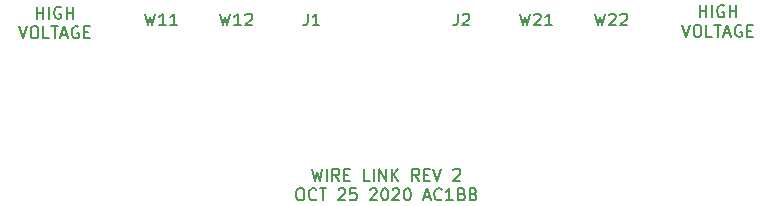
<source format=gto>
G04 #@! TF.GenerationSoftware,KiCad,Pcbnew,(5.1.5)-3*
G04 #@! TF.CreationDate,2020-10-25T11:05:08-05:00*
G04 #@! TF.ProjectId,WireLink,57697265-4c69-46e6-9b2e-6b696361645f,rev?*
G04 #@! TF.SameCoordinates,Original*
G04 #@! TF.FileFunction,Legend,Top*
G04 #@! TF.FilePolarity,Positive*
%FSLAX46Y46*%
G04 Gerber Fmt 4.6, Leading zero omitted, Abs format (unit mm)*
G04 Created by KiCad (PCBNEW (5.1.5)-3) date 2020-10-25 11:05:08*
%MOMM*%
%LPD*%
G04 APERTURE LIST*
%ADD10C,0.150000*%
G04 APERTURE END LIST*
D10*
X122785380Y-95131380D02*
X122785380Y-94131380D01*
X122785380Y-94607571D02*
X123356809Y-94607571D01*
X123356809Y-95131380D02*
X123356809Y-94131380D01*
X123833000Y-95131380D02*
X123833000Y-94131380D01*
X124833000Y-94179000D02*
X124737761Y-94131380D01*
X124594904Y-94131380D01*
X124452047Y-94179000D01*
X124356809Y-94274238D01*
X124309190Y-94369476D01*
X124261571Y-94559952D01*
X124261571Y-94702809D01*
X124309190Y-94893285D01*
X124356809Y-94988523D01*
X124452047Y-95083761D01*
X124594904Y-95131380D01*
X124690142Y-95131380D01*
X124833000Y-95083761D01*
X124880619Y-95036142D01*
X124880619Y-94702809D01*
X124690142Y-94702809D01*
X125309190Y-95131380D02*
X125309190Y-94131380D01*
X125309190Y-94607571D02*
X125880619Y-94607571D01*
X125880619Y-95131380D02*
X125880619Y-94131380D01*
X121309190Y-95781380D02*
X121642523Y-96781380D01*
X121975857Y-95781380D01*
X122499666Y-95781380D02*
X122690142Y-95781380D01*
X122785380Y-95829000D01*
X122880619Y-95924238D01*
X122928238Y-96114714D01*
X122928238Y-96448047D01*
X122880619Y-96638523D01*
X122785380Y-96733761D01*
X122690142Y-96781380D01*
X122499666Y-96781380D01*
X122404428Y-96733761D01*
X122309190Y-96638523D01*
X122261571Y-96448047D01*
X122261571Y-96114714D01*
X122309190Y-95924238D01*
X122404428Y-95829000D01*
X122499666Y-95781380D01*
X123833000Y-96781380D02*
X123356809Y-96781380D01*
X123356809Y-95781380D01*
X124023476Y-95781380D02*
X124594904Y-95781380D01*
X124309190Y-96781380D02*
X124309190Y-95781380D01*
X124880619Y-96495666D02*
X125356809Y-96495666D01*
X124785380Y-96781380D02*
X125118714Y-95781380D01*
X125452047Y-96781380D01*
X126309190Y-95829000D02*
X126213952Y-95781380D01*
X126071095Y-95781380D01*
X125928238Y-95829000D01*
X125833000Y-95924238D01*
X125785380Y-96019476D01*
X125737761Y-96209952D01*
X125737761Y-96352809D01*
X125785380Y-96543285D01*
X125833000Y-96638523D01*
X125928238Y-96733761D01*
X126071095Y-96781380D01*
X126166333Y-96781380D01*
X126309190Y-96733761D01*
X126356809Y-96686142D01*
X126356809Y-96352809D01*
X126166333Y-96352809D01*
X126785380Y-96257571D02*
X127118714Y-96257571D01*
X127261571Y-96781380D02*
X126785380Y-96781380D01*
X126785380Y-95781380D01*
X127261571Y-95781380D01*
X178919380Y-95004380D02*
X178919380Y-94004380D01*
X178919380Y-94480571D02*
X179490809Y-94480571D01*
X179490809Y-95004380D02*
X179490809Y-94004380D01*
X179967000Y-95004380D02*
X179967000Y-94004380D01*
X180967000Y-94052000D02*
X180871761Y-94004380D01*
X180728904Y-94004380D01*
X180586047Y-94052000D01*
X180490809Y-94147238D01*
X180443190Y-94242476D01*
X180395571Y-94432952D01*
X180395571Y-94575809D01*
X180443190Y-94766285D01*
X180490809Y-94861523D01*
X180586047Y-94956761D01*
X180728904Y-95004380D01*
X180824142Y-95004380D01*
X180967000Y-94956761D01*
X181014619Y-94909142D01*
X181014619Y-94575809D01*
X180824142Y-94575809D01*
X181443190Y-95004380D02*
X181443190Y-94004380D01*
X181443190Y-94480571D02*
X182014619Y-94480571D01*
X182014619Y-95004380D02*
X182014619Y-94004380D01*
X177443190Y-95654380D02*
X177776523Y-96654380D01*
X178109857Y-95654380D01*
X178633666Y-95654380D02*
X178824142Y-95654380D01*
X178919380Y-95702000D01*
X179014619Y-95797238D01*
X179062238Y-95987714D01*
X179062238Y-96321047D01*
X179014619Y-96511523D01*
X178919380Y-96606761D01*
X178824142Y-96654380D01*
X178633666Y-96654380D01*
X178538428Y-96606761D01*
X178443190Y-96511523D01*
X178395571Y-96321047D01*
X178395571Y-95987714D01*
X178443190Y-95797238D01*
X178538428Y-95702000D01*
X178633666Y-95654380D01*
X179967000Y-96654380D02*
X179490809Y-96654380D01*
X179490809Y-95654380D01*
X180157476Y-95654380D02*
X180728904Y-95654380D01*
X180443190Y-96654380D02*
X180443190Y-95654380D01*
X181014619Y-96368666D02*
X181490809Y-96368666D01*
X180919380Y-96654380D02*
X181252714Y-95654380D01*
X181586047Y-96654380D01*
X182443190Y-95702000D02*
X182347952Y-95654380D01*
X182205095Y-95654380D01*
X182062238Y-95702000D01*
X181967000Y-95797238D01*
X181919380Y-95892476D01*
X181871761Y-96082952D01*
X181871761Y-96225809D01*
X181919380Y-96416285D01*
X181967000Y-96511523D01*
X182062238Y-96606761D01*
X182205095Y-96654380D01*
X182300333Y-96654380D01*
X182443190Y-96606761D01*
X182490809Y-96559142D01*
X182490809Y-96225809D01*
X182300333Y-96225809D01*
X182919380Y-96130571D02*
X183252714Y-96130571D01*
X183395571Y-96654380D02*
X182919380Y-96654380D01*
X182919380Y-95654380D01*
X183395571Y-95654380D01*
X146114285Y-107847380D02*
X146352380Y-108847380D01*
X146542857Y-108133095D01*
X146733333Y-108847380D01*
X146971428Y-107847380D01*
X147352380Y-108847380D02*
X147352380Y-107847380D01*
X148400000Y-108847380D02*
X148066666Y-108371190D01*
X147828571Y-108847380D02*
X147828571Y-107847380D01*
X148209523Y-107847380D01*
X148304761Y-107895000D01*
X148352380Y-107942619D01*
X148400000Y-108037857D01*
X148400000Y-108180714D01*
X148352380Y-108275952D01*
X148304761Y-108323571D01*
X148209523Y-108371190D01*
X147828571Y-108371190D01*
X148828571Y-108323571D02*
X149161904Y-108323571D01*
X149304761Y-108847380D02*
X148828571Y-108847380D01*
X148828571Y-107847380D01*
X149304761Y-107847380D01*
X150971428Y-108847380D02*
X150495238Y-108847380D01*
X150495238Y-107847380D01*
X151304761Y-108847380D02*
X151304761Y-107847380D01*
X151780952Y-108847380D02*
X151780952Y-107847380D01*
X152352380Y-108847380D01*
X152352380Y-107847380D01*
X152828571Y-108847380D02*
X152828571Y-107847380D01*
X153400000Y-108847380D02*
X152971428Y-108275952D01*
X153400000Y-107847380D02*
X152828571Y-108418809D01*
X155161904Y-108847380D02*
X154828571Y-108371190D01*
X154590476Y-108847380D02*
X154590476Y-107847380D01*
X154971428Y-107847380D01*
X155066666Y-107895000D01*
X155114285Y-107942619D01*
X155161904Y-108037857D01*
X155161904Y-108180714D01*
X155114285Y-108275952D01*
X155066666Y-108323571D01*
X154971428Y-108371190D01*
X154590476Y-108371190D01*
X155590476Y-108323571D02*
X155923809Y-108323571D01*
X156066666Y-108847380D02*
X155590476Y-108847380D01*
X155590476Y-107847380D01*
X156066666Y-107847380D01*
X156352380Y-107847380D02*
X156685714Y-108847380D01*
X157019047Y-107847380D01*
X158066666Y-107942619D02*
X158114285Y-107895000D01*
X158209523Y-107847380D01*
X158447619Y-107847380D01*
X158542857Y-107895000D01*
X158590476Y-107942619D01*
X158638095Y-108037857D01*
X158638095Y-108133095D01*
X158590476Y-108275952D01*
X158019047Y-108847380D01*
X158638095Y-108847380D01*
X145019047Y-109497380D02*
X145209523Y-109497380D01*
X145304761Y-109545000D01*
X145400000Y-109640238D01*
X145447619Y-109830714D01*
X145447619Y-110164047D01*
X145400000Y-110354523D01*
X145304761Y-110449761D01*
X145209523Y-110497380D01*
X145019047Y-110497380D01*
X144923809Y-110449761D01*
X144828571Y-110354523D01*
X144780952Y-110164047D01*
X144780952Y-109830714D01*
X144828571Y-109640238D01*
X144923809Y-109545000D01*
X145019047Y-109497380D01*
X146447619Y-110402142D02*
X146400000Y-110449761D01*
X146257142Y-110497380D01*
X146161904Y-110497380D01*
X146019047Y-110449761D01*
X145923809Y-110354523D01*
X145876190Y-110259285D01*
X145828571Y-110068809D01*
X145828571Y-109925952D01*
X145876190Y-109735476D01*
X145923809Y-109640238D01*
X146019047Y-109545000D01*
X146161904Y-109497380D01*
X146257142Y-109497380D01*
X146400000Y-109545000D01*
X146447619Y-109592619D01*
X146733333Y-109497380D02*
X147304761Y-109497380D01*
X147019047Y-110497380D02*
X147019047Y-109497380D01*
X148352380Y-109592619D02*
X148400000Y-109545000D01*
X148495238Y-109497380D01*
X148733333Y-109497380D01*
X148828571Y-109545000D01*
X148876190Y-109592619D01*
X148923809Y-109687857D01*
X148923809Y-109783095D01*
X148876190Y-109925952D01*
X148304761Y-110497380D01*
X148923809Y-110497380D01*
X149828571Y-109497380D02*
X149352380Y-109497380D01*
X149304761Y-109973571D01*
X149352380Y-109925952D01*
X149447619Y-109878333D01*
X149685714Y-109878333D01*
X149780952Y-109925952D01*
X149828571Y-109973571D01*
X149876190Y-110068809D01*
X149876190Y-110306904D01*
X149828571Y-110402142D01*
X149780952Y-110449761D01*
X149685714Y-110497380D01*
X149447619Y-110497380D01*
X149352380Y-110449761D01*
X149304761Y-110402142D01*
X151019047Y-109592619D02*
X151066666Y-109545000D01*
X151161904Y-109497380D01*
X151400000Y-109497380D01*
X151495238Y-109545000D01*
X151542857Y-109592619D01*
X151590476Y-109687857D01*
X151590476Y-109783095D01*
X151542857Y-109925952D01*
X150971428Y-110497380D01*
X151590476Y-110497380D01*
X152209523Y-109497380D02*
X152304761Y-109497380D01*
X152400000Y-109545000D01*
X152447619Y-109592619D01*
X152495238Y-109687857D01*
X152542857Y-109878333D01*
X152542857Y-110116428D01*
X152495238Y-110306904D01*
X152447619Y-110402142D01*
X152400000Y-110449761D01*
X152304761Y-110497380D01*
X152209523Y-110497380D01*
X152114285Y-110449761D01*
X152066666Y-110402142D01*
X152019047Y-110306904D01*
X151971428Y-110116428D01*
X151971428Y-109878333D01*
X152019047Y-109687857D01*
X152066666Y-109592619D01*
X152114285Y-109545000D01*
X152209523Y-109497380D01*
X152923809Y-109592619D02*
X152971428Y-109545000D01*
X153066666Y-109497380D01*
X153304761Y-109497380D01*
X153400000Y-109545000D01*
X153447619Y-109592619D01*
X153495238Y-109687857D01*
X153495238Y-109783095D01*
X153447619Y-109925952D01*
X152876190Y-110497380D01*
X153495238Y-110497380D01*
X154114285Y-109497380D02*
X154209523Y-109497380D01*
X154304761Y-109545000D01*
X154352380Y-109592619D01*
X154400000Y-109687857D01*
X154447619Y-109878333D01*
X154447619Y-110116428D01*
X154400000Y-110306904D01*
X154352380Y-110402142D01*
X154304761Y-110449761D01*
X154209523Y-110497380D01*
X154114285Y-110497380D01*
X154019047Y-110449761D01*
X153971428Y-110402142D01*
X153923809Y-110306904D01*
X153876190Y-110116428D01*
X153876190Y-109878333D01*
X153923809Y-109687857D01*
X153971428Y-109592619D01*
X154019047Y-109545000D01*
X154114285Y-109497380D01*
X155590476Y-110211666D02*
X156066666Y-110211666D01*
X155495238Y-110497380D02*
X155828571Y-109497380D01*
X156161904Y-110497380D01*
X157066666Y-110402142D02*
X157019047Y-110449761D01*
X156876190Y-110497380D01*
X156780952Y-110497380D01*
X156638095Y-110449761D01*
X156542857Y-110354523D01*
X156495238Y-110259285D01*
X156447619Y-110068809D01*
X156447619Y-109925952D01*
X156495238Y-109735476D01*
X156542857Y-109640238D01*
X156638095Y-109545000D01*
X156780952Y-109497380D01*
X156876190Y-109497380D01*
X157019047Y-109545000D01*
X157066666Y-109592619D01*
X158019047Y-110497380D02*
X157447619Y-110497380D01*
X157733333Y-110497380D02*
X157733333Y-109497380D01*
X157638095Y-109640238D01*
X157542857Y-109735476D01*
X157447619Y-109783095D01*
X158780952Y-109973571D02*
X158923809Y-110021190D01*
X158971428Y-110068809D01*
X159019047Y-110164047D01*
X159019047Y-110306904D01*
X158971428Y-110402142D01*
X158923809Y-110449761D01*
X158828571Y-110497380D01*
X158447619Y-110497380D01*
X158447619Y-109497380D01*
X158780952Y-109497380D01*
X158876190Y-109545000D01*
X158923809Y-109592619D01*
X158971428Y-109687857D01*
X158971428Y-109783095D01*
X158923809Y-109878333D01*
X158876190Y-109925952D01*
X158780952Y-109973571D01*
X158447619Y-109973571D01*
X159780952Y-109973571D02*
X159923809Y-110021190D01*
X159971428Y-110068809D01*
X160019047Y-110164047D01*
X160019047Y-110306904D01*
X159971428Y-110402142D01*
X159923809Y-110449761D01*
X159828571Y-110497380D01*
X159447619Y-110497380D01*
X159447619Y-109497380D01*
X159780952Y-109497380D01*
X159876190Y-109545000D01*
X159923809Y-109592619D01*
X159971428Y-109687857D01*
X159971428Y-109783095D01*
X159923809Y-109878333D01*
X159876190Y-109925952D01*
X159780952Y-109973571D01*
X159447619Y-109973571D01*
X145716666Y-94702380D02*
X145716666Y-95416666D01*
X145669047Y-95559523D01*
X145573809Y-95654761D01*
X145430952Y-95702380D01*
X145335714Y-95702380D01*
X146716666Y-95702380D02*
X146145238Y-95702380D01*
X146430952Y-95702380D02*
X146430952Y-94702380D01*
X146335714Y-94845238D01*
X146240476Y-94940476D01*
X146145238Y-94988095D01*
X158416666Y-94702380D02*
X158416666Y-95416666D01*
X158369047Y-95559523D01*
X158273809Y-95654761D01*
X158130952Y-95702380D01*
X158035714Y-95702380D01*
X158845238Y-94797619D02*
X158892857Y-94750000D01*
X158988095Y-94702380D01*
X159226190Y-94702380D01*
X159321428Y-94750000D01*
X159369047Y-94797619D01*
X159416666Y-94892857D01*
X159416666Y-94988095D01*
X159369047Y-95130952D01*
X158797619Y-95702380D01*
X159416666Y-95702380D01*
X138319047Y-94702380D02*
X138557142Y-95702380D01*
X138747619Y-94988095D01*
X138938095Y-95702380D01*
X139176190Y-94702380D01*
X140080952Y-95702380D02*
X139509523Y-95702380D01*
X139795238Y-95702380D02*
X139795238Y-94702380D01*
X139700000Y-94845238D01*
X139604761Y-94940476D01*
X139509523Y-94988095D01*
X140461904Y-94797619D02*
X140509523Y-94750000D01*
X140604761Y-94702380D01*
X140842857Y-94702380D01*
X140938095Y-94750000D01*
X140985714Y-94797619D01*
X141033333Y-94892857D01*
X141033333Y-94988095D01*
X140985714Y-95130952D01*
X140414285Y-95702380D01*
X141033333Y-95702380D01*
X163719047Y-94702380D02*
X163957142Y-95702380D01*
X164147619Y-94988095D01*
X164338095Y-95702380D01*
X164576190Y-94702380D01*
X164909523Y-94797619D02*
X164957142Y-94750000D01*
X165052380Y-94702380D01*
X165290476Y-94702380D01*
X165385714Y-94750000D01*
X165433333Y-94797619D01*
X165480952Y-94892857D01*
X165480952Y-94988095D01*
X165433333Y-95130952D01*
X164861904Y-95702380D01*
X165480952Y-95702380D01*
X166433333Y-95702380D02*
X165861904Y-95702380D01*
X166147619Y-95702380D02*
X166147619Y-94702380D01*
X166052380Y-94845238D01*
X165957142Y-94940476D01*
X165861904Y-94988095D01*
X131969047Y-94702380D02*
X132207142Y-95702380D01*
X132397619Y-94988095D01*
X132588095Y-95702380D01*
X132826190Y-94702380D01*
X133730952Y-95702380D02*
X133159523Y-95702380D01*
X133445238Y-95702380D02*
X133445238Y-94702380D01*
X133350000Y-94845238D01*
X133254761Y-94940476D01*
X133159523Y-94988095D01*
X134683333Y-95702380D02*
X134111904Y-95702380D01*
X134397619Y-95702380D02*
X134397619Y-94702380D01*
X134302380Y-94845238D01*
X134207142Y-94940476D01*
X134111904Y-94988095D01*
X170069047Y-94702380D02*
X170307142Y-95702380D01*
X170497619Y-94988095D01*
X170688095Y-95702380D01*
X170926190Y-94702380D01*
X171259523Y-94797619D02*
X171307142Y-94750000D01*
X171402380Y-94702380D01*
X171640476Y-94702380D01*
X171735714Y-94750000D01*
X171783333Y-94797619D01*
X171830952Y-94892857D01*
X171830952Y-94988095D01*
X171783333Y-95130952D01*
X171211904Y-95702380D01*
X171830952Y-95702380D01*
X172211904Y-94797619D02*
X172259523Y-94750000D01*
X172354761Y-94702380D01*
X172592857Y-94702380D01*
X172688095Y-94750000D01*
X172735714Y-94797619D01*
X172783333Y-94892857D01*
X172783333Y-94988095D01*
X172735714Y-95130952D01*
X172164285Y-95702380D01*
X172783333Y-95702380D01*
M02*

</source>
